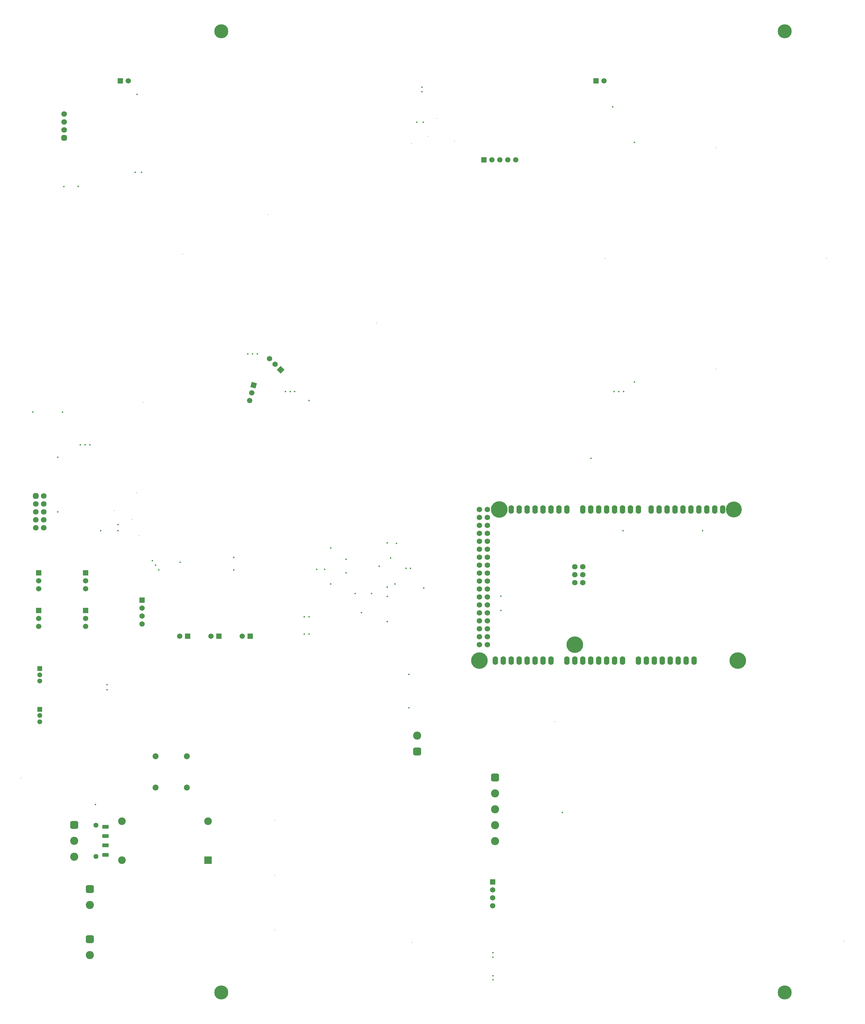
<source format=gbr>
G04*
G04 #@! TF.GenerationSoftware,Altium Limited,Altium Designer,22.4.2 (48)*
G04*
G04 Layer_Color=16711935*
%FSLAX44Y44*%
%MOMM*%
G71*
G04*
G04 #@! TF.SameCoordinates,486C5EB1-174D-4488-8CC1-BEBE5ED833F6*
G04*
G04*
G04 #@! TF.FilePolarity,Negative*
G04*
G01*
G75*
G04:AMPARAMS|DCode=16|XSize=2mm|YSize=1.25mm|CornerRadius=0.163mm|HoleSize=0mm|Usage=FLASHONLY|Rotation=0.000|XOffset=0mm|YOffset=0mm|HoleType=Round|Shape=RoundedRectangle|*
%AMROUNDEDRECTD16*
21,1,2.0000,0.9240,0,0,0.0*
21,1,1.6740,1.2500,0,0,0.0*
1,1,0.3260,0.8370,-0.4620*
1,1,0.3260,-0.8370,-0.4620*
1,1,0.3260,-0.8370,0.4620*
1,1,0.3260,0.8370,0.4620*
%
%ADD16ROUNDEDRECTD16*%
%ADD37O,1.7272X2.7432*%
%ADD38C,5.2832*%
%ADD39C,5.0800*%
%ADD40C,1.7272*%
%ADD41C,1.7032*%
%ADD42R,1.7032X1.7032*%
G04:AMPARAMS|DCode=43|XSize=2.6032mm|YSize=2.6032mm|CornerRadius=0.7016mm|HoleSize=0mm|Usage=FLASHONLY|Rotation=270.000|XOffset=0mm|YOffset=0mm|HoleType=Round|Shape=RoundedRectangle|*
%AMROUNDEDRECTD43*
21,1,2.6032,1.2000,0,0,270.0*
21,1,1.2000,2.6032,0,0,270.0*
1,1,1.4032,-0.6000,-0.6000*
1,1,1.4032,-0.6000,0.6000*
1,1,1.4032,0.6000,0.6000*
1,1,1.4032,0.6000,-0.6000*
%
%ADD43ROUNDEDRECTD43*%
%ADD44C,2.6032*%
%ADD45C,1.6032*%
%ADD46C,2.4532*%
%ADD47R,2.4532X2.4532*%
%ADD48C,1.9000*%
%ADD49C,1.8032*%
G04:AMPARAMS|DCode=50|XSize=1.8032mm|YSize=1.8032mm|CornerRadius=0.5016mm|HoleSize=0mm|Usage=FLASHONLY|Rotation=90.000|XOffset=0mm|YOffset=0mm|HoleType=Round|Shape=RoundedRectangle|*
%AMROUNDEDRECTD50*
21,1,1.8032,0.8000,0,0,90.0*
21,1,0.8000,1.8032,0,0,90.0*
1,1,1.0032,0.4000,0.4000*
1,1,1.0032,0.4000,-0.4000*
1,1,1.0032,-0.4000,-0.4000*
1,1,1.0032,-0.4000,0.4000*
%
%ADD50ROUNDEDRECTD50*%
%ADD51R,1.7032X1.7032*%
%ADD52C,1.5532*%
%ADD53R,1.5532X1.5532*%
%ADD54P,2.4087X4X360.0*%
%ADD55P,2.4087X4X120.0*%
%ADD56C,4.5000*%
%ADD57C,0.5000*%
%ADD58C,0.3000*%
%ADD103C,0.2032*%
D16*
X380000Y594950D02*
D03*
Y564950D02*
D03*
Y534950D02*
D03*
Y504950D02*
D03*
D37*
X2260600Y1125400D02*
D03*
X2235200D02*
D03*
X2209800D02*
D03*
X2184400D02*
D03*
X2159000D02*
D03*
X2133600D02*
D03*
X2108200D02*
D03*
X2082800D02*
D03*
X2032000D02*
D03*
X2006600D02*
D03*
X1981200D02*
D03*
X1955800D02*
D03*
X1930400D02*
D03*
X1905000D02*
D03*
X1879600D02*
D03*
X1854200D02*
D03*
X1803400D02*
D03*
X1778000D02*
D03*
X1752600D02*
D03*
X1727200D02*
D03*
X1701800D02*
D03*
X1676400D02*
D03*
X1651000D02*
D03*
X1625600D02*
D03*
X1676400Y1608000D02*
D03*
X1701800D02*
D03*
X1727200D02*
D03*
X1752600D02*
D03*
X1778000D02*
D03*
X1803400D02*
D03*
X1828800D02*
D03*
X1854200D02*
D03*
X1905000D02*
D03*
X1930400D02*
D03*
X1955800D02*
D03*
X1981200D02*
D03*
X2006600D02*
D03*
X2032000D02*
D03*
X2057400D02*
D03*
X2082800D02*
D03*
X2123440D02*
D03*
X2148840D02*
D03*
X2174240D02*
D03*
X2199640D02*
D03*
X2225040D02*
D03*
X2250440D02*
D03*
X2275840D02*
D03*
X2301240D02*
D03*
X2326640D02*
D03*
X2352040D02*
D03*
D38*
X2400300Y1125400D02*
D03*
X1879600Y1176200D02*
D03*
X1574800Y1125400D02*
D03*
X1638300Y1608000D02*
D03*
D39*
X2387600D02*
D03*
D40*
X1905000Y1425120D02*
D03*
X1879600Y1374320D02*
D03*
X1905000D02*
D03*
X1879600Y1399720D02*
D03*
X1905000D02*
D03*
X1879600Y1425120D02*
D03*
X1600200Y1608000D02*
D03*
X1574800D02*
D03*
X1600200Y1582600D02*
D03*
X1574800D02*
D03*
X1600200Y1557200D02*
D03*
X1574800D02*
D03*
X1600200Y1531800D02*
D03*
X1574800D02*
D03*
X1600200Y1506400D02*
D03*
X1574800D02*
D03*
X1600200Y1481000D02*
D03*
X1574800D02*
D03*
X1600200Y1455600D02*
D03*
X1574800D02*
D03*
X1600200Y1430200D02*
D03*
X1574800D02*
D03*
X1600200Y1404800D02*
D03*
X1574800D02*
D03*
X1600200Y1379400D02*
D03*
X1574800D02*
D03*
X1600200Y1354000D02*
D03*
X1574800D02*
D03*
X1600200Y1328600D02*
D03*
X1574800D02*
D03*
X1600200Y1303200D02*
D03*
X1574800D02*
D03*
X1600200Y1277800D02*
D03*
X1574800D02*
D03*
X1600200Y1252400D02*
D03*
X1574800D02*
D03*
X1600200Y1227000D02*
D03*
X1574800D02*
D03*
X1600200Y1201600D02*
D03*
X1574800D02*
D03*
X1600200Y1176200D02*
D03*
X1574800D02*
D03*
D41*
X497000Y1292700D02*
D03*
Y1267300D02*
D03*
Y1241900D02*
D03*
X1617000Y341900D02*
D03*
Y367300D02*
D03*
Y392700D02*
D03*
X452700Y2977000D02*
D03*
X817300Y1203000D02*
D03*
X717300D02*
D03*
X617300D02*
D03*
X1640000Y2725000D02*
D03*
X1614600D02*
D03*
X1665400D02*
D03*
X1690800D02*
D03*
X1972700Y2977000D02*
D03*
X167000Y1380000D02*
D03*
Y1354600D02*
D03*
Y1260000D02*
D03*
Y1234600D02*
D03*
X317000Y1380000D02*
D03*
Y1354600D02*
D03*
Y1260000D02*
D03*
Y1234600D02*
D03*
X922119Y2072122D02*
D03*
X904159Y2090082D02*
D03*
X847103Y1980778D02*
D03*
X840529Y1956243D02*
D03*
D42*
X497000Y1318100D02*
D03*
X1617000Y418100D02*
D03*
X167000Y1405400D02*
D03*
Y1285400D02*
D03*
X317000Y1405400D02*
D03*
Y1285400D02*
D03*
D43*
X280000Y600800D02*
D03*
X1375500Y834600D02*
D03*
X330000Y235400D02*
D03*
Y395400D02*
D03*
X1624500Y751600D02*
D03*
D44*
X280000Y550000D02*
D03*
Y499200D02*
D03*
X1375500Y885400D02*
D03*
X330000Y184600D02*
D03*
Y344600D02*
D03*
X1624500Y650000D02*
D03*
Y700800D02*
D03*
Y599200D02*
D03*
Y548400D02*
D03*
D45*
X350000Y600000D02*
D03*
Y500000D02*
D03*
D46*
X432500Y487500D02*
D03*
X707500Y612500D02*
D03*
X432500D02*
D03*
D47*
X707500Y487500D02*
D03*
D48*
X640000Y820000D02*
D03*
Y720000D02*
D03*
X540000Y820000D02*
D03*
Y720000D02*
D03*
D49*
X248000Y2871400D02*
D03*
Y2846000D02*
D03*
Y2820600D02*
D03*
X182700Y1650800D02*
D03*
X157300Y1625400D02*
D03*
X182700D02*
D03*
X157300Y1600000D02*
D03*
X182700D02*
D03*
X157300Y1574600D02*
D03*
Y1549200D02*
D03*
X182700Y1574600D02*
D03*
Y1549200D02*
D03*
D50*
X248000Y2795200D02*
D03*
X157300Y1650800D02*
D03*
D51*
X427300Y2977000D02*
D03*
X842700Y1203000D02*
D03*
X742700D02*
D03*
X642700D02*
D03*
X1589200Y2725000D02*
D03*
X1947300Y2977000D02*
D03*
D52*
X170000Y1060000D02*
D03*
Y1080000D02*
D03*
Y930000D02*
D03*
Y950000D02*
D03*
D53*
Y1100000D02*
D03*
Y970000D02*
D03*
D54*
X940080Y2054161D02*
D03*
D55*
X853677Y2005312D02*
D03*
D56*
X2550000Y65000D02*
D03*
X750000D02*
D03*
X2550000Y3135000D02*
D03*
X750000D02*
D03*
D57*
X347630Y665243D02*
D03*
X1030000Y1210000D02*
D03*
Y1265000D02*
D03*
X420000Y1560000D02*
D03*
Y1540000D02*
D03*
X1310000Y1500000D02*
D03*
X1395000Y2845000D02*
D03*
X1375000D02*
D03*
X2070000Y2781000D02*
D03*
Y2015000D02*
D03*
X481000Y2934000D02*
D03*
X1178000Y1340000D02*
D03*
X1230000D02*
D03*
X1618000Y192000D02*
D03*
Y178000D02*
D03*
Y106000D02*
D03*
Y119000D02*
D03*
X1391000Y2942000D02*
D03*
Y2957000D02*
D03*
X550000Y1415000D02*
D03*
X540000Y1430000D02*
D03*
X530000Y1445000D02*
D03*
X293000Y2640000D02*
D03*
X247000Y2639500D02*
D03*
X1840000Y640000D02*
D03*
X495000Y2685000D02*
D03*
X475000D02*
D03*
X1055000Y1417000D02*
D03*
X1080000D02*
D03*
X1355000Y1420000D02*
D03*
X1340000D02*
D03*
X2035000Y1985000D02*
D03*
X2020000D02*
D03*
X2005000D02*
D03*
X1931000Y1771000D02*
D03*
X1280000Y1330000D02*
D03*
X1350000Y1081000D02*
D03*
X1198000Y1279000D02*
D03*
X1280000Y1250000D02*
D03*
Y1360000D02*
D03*
X1305000Y1370000D02*
D03*
X1255000Y1427000D02*
D03*
X955000Y1985000D02*
D03*
X970000D02*
D03*
X985000D02*
D03*
X300000Y1815000D02*
D03*
X315000D02*
D03*
X330000D02*
D03*
X865000Y2105000D02*
D03*
X850000D02*
D03*
X835000D02*
D03*
X228000Y1775000D02*
D03*
Y1600000D02*
D03*
X2000800Y2893800D02*
D03*
X2288000Y1540000D02*
D03*
X2034000D02*
D03*
X1643000Y1285410D02*
D03*
Y1331000D02*
D03*
X1280000Y1501000D02*
D03*
X1290850Y1452850D02*
D03*
X385000Y1032000D02*
D03*
Y1048000D02*
D03*
X148500Y1919500D02*
D03*
X243000Y1919000D02*
D03*
X1030000Y1956243D02*
D03*
X619200Y1439200D02*
D03*
X1350000Y975000D02*
D03*
X1015000Y1210000D02*
D03*
Y1265000D02*
D03*
X790000Y1455040D02*
D03*
X790045Y1414955D02*
D03*
X1100000Y1370000D02*
D03*
Y1485000D02*
D03*
X1149000Y1406000D02*
D03*
Y1449000D02*
D03*
X365000Y1540000D02*
D03*
X1397000Y1357500D02*
D03*
D58*
X488000Y1524270D02*
D03*
X408000Y1604270D02*
D03*
X465000Y1576270D02*
D03*
X480000Y1661270D02*
D03*
X1438000Y2857000D02*
D03*
X1410000Y2800000D02*
D03*
X1358000Y2777000D02*
D03*
X1495000Y2785000D02*
D03*
D103*
X1976447Y2410000D02*
D03*
X2683553D02*
D03*
X2330000Y2763553D02*
D03*
Y2056447D02*
D03*
X110000Y750000D02*
D03*
X1815000Y930000D02*
D03*
X2740000Y230000D02*
D03*
X920000Y265000D02*
D03*
Y440000D02*
D03*
Y615000D02*
D03*
X1360000Y225000D02*
D03*
X900000Y2550000D02*
D03*
X1246482Y2203518D02*
D03*
X500000Y1950000D02*
D03*
X626821Y2423304D02*
D03*
M02*

</source>
